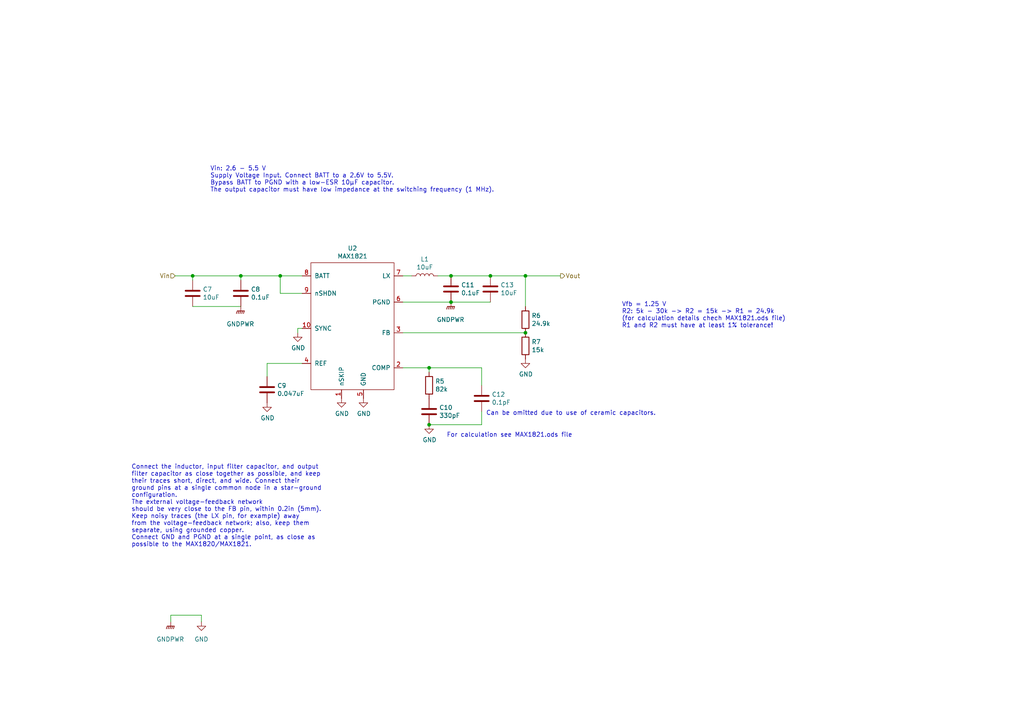
<source format=kicad_sch>
(kicad_sch (version 20211123) (generator eeschema)
  (paper "A4")
  (lib_symbols
    (symbol "Device:C" (pin_numbers hide) (pin_names (offset 0.254))
      (property "Reference" "C" (at 0.635 2.54 0))
      (property "Value" "C" (at 0.635 -2.54 0))
      (symbol "C_0_1"
        (polyline (pts (xy -2.032 -0.762) (xy 2.032 -0.762)) (stroke (width 0.508)))
        (polyline (pts (xy -2.032 0.762) (xy 2.032 0.762)) (stroke (width 0.508)))
      )
      (symbol "C_1_1"
        (pin passive line (at 0 3.81 270) (length 2.794) (name "~") (number "1"))
        (pin passive line (at 0 -3.81 90) (length 2.794) (name "~") (number "2"))
      )
    )
    (symbol "Device:L" (pin_numbers hide) (pin_names (offset 1.016) hide)
      (property "Reference" "L" (at -1.27 0 90))
      (property "Value" "L" (at 1.905 0 90))
      (symbol "L_0_1"
        (arc (start 0 -2.54) (mid 0.635 -1.905) (end 0 -1.27))
        (arc (start 0 -1.27) (mid 0.635 -0.635) (end 0 0))
        (arc (start 0 0) (mid 0.635 0.635) (end 0 1.27))
        (arc (start 0 1.27) (mid 0.635 1.905) (end 0 2.54))
      )
      (symbol "L_1_1"
        (pin passive line (at 0 3.81 270) (length 1.27) (name "1") (number "1"))
        (pin passive line (at 0 -3.81 90) (length 1.27) (name "2") (number "2"))
      )
    )
    (symbol "Device:R" (pin_numbers hide) (pin_names (offset 0))
      (property "Reference" "R" (at 2.032 0 90))
      (property "Value" "R" (at 0 0 90))
      (symbol "R_0_1"
        (rectangle (start -1.016 -2.54) (end 1.016 2.54) (stroke (width 0.254)))
      )
      (symbol "R_1_1"
        (pin passive line (at 0 3.81 270) (length 1.27) (name "~") (number "1"))
        (pin passive line (at 0 -3.81 90) (length 1.27) (name "~") (number "2"))
      )
    )
    (symbol "myLib:MAX1821" (pin_names (offset 1.016))
      (property "Reference" "U" (at -5.08 24.13 0))
      (property "Value" "MAX1821" (at -13.97 24.13 0))
      (symbol "MAX1821_0_0"
        (pin input line (at -2.54 -27.94 90) (length 2.54) (name "nSKIP") (number "1"))
        (pin input line (at -13.97 -7.62 0) (length 2.54) (name "SYNC") (number "10"))
        (pin passive line (at 15.24 -19.05 180) (length 2.54) (name "COMP") (number "2"))
        (pin input line (at 15.24 -8.89 180) (length 2.54) (name "FB") (number "3"))
        (pin passive line (at -13.97 -17.78 0) (length 2.54) (name "REF") (number "4"))
        (pin input line (at 3.81 -27.94 90) (length 2.54) (name "GND") (number "5"))
        (pin power_in line (at 15.24 0 180) (length 2.54) (name "PGND") (number "6"))
        (pin power_out line (at 15.24 7.62 180) (length 2.54) (name "LX") (number "7"))
        (pin power_in line (at -13.97 7.62 0) (length 2.54) (name "BATT") (number "8"))
        (pin input line (at -13.97 2.54 0) (length 2.54) (name "nSHDN") (number "9"))
      )
      (symbol "MAX1821_0_1"
        (rectangle (start -11.43 11.43) (end 12.7 -25.4))
      )
    )
    (symbol "power:GND" (power) (pin_names (offset 0))
      (property "Value" "GND" (at 0 -3.81 0))
      (symbol "GND_0_1"
        (polyline (pts (xy 0 0) (xy 0 -1.27) (xy 1.27 -1.27) (xy 0 -2.54) (xy -1.27 -1.27) (xy 0 -1.27)))
      )
      (symbol "GND_1_1"
        (pin power_in line (at 0 0 270) (length 0) hide (name "GND") (number "1"))
      )
    )
    (symbol "power:GNDPWR" (power) (pin_names (offset 0))
      (property "Value" "GNDPWR" (at 0 -3.302 0))
      (symbol "GNDPWR_0_1"
        (polyline (pts (xy 0 -1.27) (xy 0 0)))
        (polyline (pts (xy -1.016 -1.27) (xy -1.27 -2.032) (xy -1.27 -2.032)) (stroke (width 0.2032)))
        (polyline (pts (xy -0.508 -1.27) (xy -0.762 -2.032) (xy -0.762 -2.032)) (stroke (width 0.2032)))
        (polyline (pts (xy 0 -1.27) (xy -0.254 -2.032) (xy -0.254 -2.032)) (stroke (width 0.2032)))
        (polyline (pts (xy 0.508 -1.27) (xy 0.254 -2.032) (xy 0.254 -2.032)) (stroke (width 0.2032)))
        (polyline (pts (xy 1.016 -1.27) (xy -1.016 -1.27) (xy -1.016 -1.27)) (stroke (width 0.2032)))
        (polyline (pts (xy 1.016 -1.27) (xy 0.762 -2.032) (xy 0.762 -2.032) (xy 0.762 -2.032)) (stroke (width 0.2032)))
      )
      (symbol "GNDPWR_1_1"
        (pin power_in line (at 0 0 270) (length 0) hide (name "GNDPWR") (number "1"))
      )
    )
  )
  (junction (at 69.85 80.01))
  (junction (at 142.24 80.01))
  (junction (at 130.81 87.63))
  (junction (at 152.4 96.52))
  (junction (at 55.88 80.01))
  (junction (at 124.46 106.68))
  (junction (at 81.28 80.01))
  (junction (at 130.81 80.01))
  (junction (at 152.4 80.01))
  (junction (at 124.46 123.19))
  (wire (pts (xy 139.7 106.68) (xy 124.46 106.68)))
  (wire (pts (xy 152.4 80.01) (xy 152.4 88.9)))
  (wire (pts (xy 77.47 105.41) (xy 87.63 105.41)))
  (wire (pts (xy 87.63 85.09) (xy 81.28 85.09)))
  (wire (pts (xy 49.53 180.34) (xy 49.53 178.435)))
  (wire (pts (xy 86.36 95.25) (xy 87.63 95.25)))
  (wire (pts (xy 87.63 80.01) (xy 81.28 80.01)))
  (wire (pts (xy 139.7 119.38) (xy 139.7 123.19)))
  (wire (pts (xy 58.42 178.435) (xy 58.42 180.34)))
  (wire (pts (xy 86.36 96.52) (xy 86.36 95.25)))
  (wire (pts (xy 55.88 88.9) (xy 69.85 88.9)))
  (wire (pts (xy 55.88 80.01) (xy 50.8 80.01)))
  (wire (pts (xy 130.81 80.01) (xy 142.24 80.01)))
  (wire (pts (xy 81.28 85.09) (xy 81.28 80.01)))
  (wire (pts (xy 142.24 80.01) (xy 152.4 80.01)))
  (wire (pts (xy 69.85 80.01) (xy 69.85 81.28)))
  (wire (pts (xy 142.24 87.63) (xy 130.81 87.63)))
  (wire (pts (xy 124.46 106.68) (xy 124.46 107.95)))
  (wire (pts (xy 77.47 109.22) (xy 77.47 105.41)))
  (wire (pts (xy 162.56 80.01) (xy 152.4 80.01)))
  (wire (pts (xy 139.7 123.19) (xy 124.46 123.19)))
  (wire (pts (xy 119.38 80.01) (xy 116.84 80.01)))
  (wire (pts (xy 49.53 178.435) (xy 58.42 178.435)))
  (wire (pts (xy 127 80.01) (xy 130.81 80.01)))
  (wire (pts (xy 116.84 96.52) (xy 152.4 96.52)))
  (wire (pts (xy 116.84 106.68) (xy 124.46 106.68)))
  (wire (pts (xy 81.28 80.01) (xy 69.85 80.01)))
  (wire (pts (xy 69.85 80.01) (xy 55.88 80.01)))
  (wire (pts (xy 55.88 80.01) (xy 55.88 81.28)))
  (wire (pts (xy 130.81 87.63) (xy 116.84 87.63)))
  (wire (pts (xy 139.7 111.76) (xy 139.7 106.68)))
  (text "Vfb = 1.25 V\nR2: 5k - 30k -> R2 = 15k -> R1 = 24.9k\n(for calculation details chech MAX1821.ods file)\nR1 and R2 must have at least 1% tolerance!" (at 180.34 95.25 0) (effects (font (size 1.27 1.27)) (justify left bottom)))
  (text "For calculation see MAX1821.ods file" (at 129.54 127 0) (effects (font (size 1.27 1.27)) (justify left bottom)))
  (text "Can be omitted due to use of ceramic capacitors." (at 140.97 120.65 0) (effects (font (size 1.27 1.27)) (justify left bottom)))
  (text "Connect the inductor, input filter capacitor, and output\nfilter capacitor as close together as possible, and keep\ntheir traces short, direct, and wide. Connect their\nground pins at a single common node in a star-ground\nconfiguration.\nThe external voltage-feedback network\nshould be very close to the FB pin, within 0.2in (5mm).\nKeep noisy traces (the LX pin, for example) away\nfrom the voltage-feedback network; also, keep them\nseparate, using grounded copper. \nConnect GND and PGND at a single point, as close as \npossible to the MAX1820/MAX1821." (at 38.1 158.75 0) (effects (font (size 1.27 1.27)) (justify left bottom)))
  (text "Vin: 2.6 - 5.5 V\nSupply Voltage Input. Connect BATT to a 2.6V to 5.5V.\nBypass BATT to PGND with a low-ESR 10μF capacitor.\nThe output capacitor must have low impedance at the switching frequency (1 MHz)." (at 60.96 55.88 0) (effects (font (size 1.27 1.27)) (justify left bottom)))
  (hierarchical_label "Vout" (shape output) (at 162.56 80.01 0))
  (hierarchical_label "Vin" (shape input) (at 50.8 80.01 180))
  (symbol (lib_id "Device:C") (at 55.88 85.09 0) (unit 1)
    (property "Reference" "C7" (at 58.801 83.9216 0) (effects (justify left)))
    (property "Value" "10uF" (at 58.801 86.233 0) (effects (justify left)))
    (property "Footprint" "Capacitor_SMD:C_0603_1608Metric_Pad1.08x0.95mm_HandSolder" (effects hide))
  )
  (symbol (lib_id "myLib:MAX1821") (at 101.6 87.63 0) (unit 1)
    (property "Reference" "U2" (at 102.235 72.009 0))
    (property "Value" "MAX1821" (at 102.235 74.3204 0))
    (property "Footprint" "myLib:MAX1821EUB+" (effects hide))
    (property "Datasheet" "https://datasheets.maximintegrated.com/en/ds/MAX1820-MAX1821X.pdf" (effects hide))
  )
  (symbol (lib_id "power:GND") (at 99.06 115.57 0) (unit 1)
    (property "Reference" "#PWR027" (effects hide))
    (property "Value" "GND" (at 99.187 119.9642 0))
  )
  (symbol (lib_id "power:GND") (at 105.41 115.57 0) (unit 1)
    (property "Reference" "#PWR028" (effects hide))
    (property "Value" "GND" (at 105.537 119.9642 0))
  )
  (symbol (lib_id "Device:C") (at 77.47 113.03 0) (unit 1)
    (property "Reference" "C9" (at 80.391 111.8616 0) (effects (justify left)))
    (property "Value" "0.047uF" (at 80.391 114.173 0) (effects (justify left)))
    (property "Footprint" "Capacitor_SMD:C_0603_1608Metric_Pad1.08x0.95mm_HandSolder" (effects hide))
  )
  (symbol (lib_id "Device:C") (at 124.46 119.38 0) (unit 1)
    (property "Reference" "C10" (at 127.381 118.2116 0) (effects (justify left)))
    (property "Value" "330pF" (at 127.381 120.523 0) (effects (justify left)))
    (property "Footprint" "Capacitor_SMD:C_0603_1608Metric_Pad1.08x0.95mm_HandSolder" (effects hide))
  )
  (symbol (lib_id "Device:R") (at 124.46 111.76 0) (unit 1)
    (property "Reference" "R5" (at 126.238 110.5916 0) (effects (justify left)))
    (property "Value" "82k" (at 126.238 112.903 0) (effects (justify left)))
    (property "Footprint" "Resistor_SMD:R_0603_1608Metric_Pad0.98x0.95mm_HandSolder" (effects hide))
  )
  (symbol (lib_id "power:GND") (at 77.47 116.84 0) (unit 1)
    (property "Reference" "#PWR025" (effects hide))
    (property "Value" "GND" (at 77.597 121.2342 0))
  )
  (symbol (lib_id "power:GND") (at 124.46 123.19 0) (unit 1)
    (property "Reference" "#PWR029" (effects hide))
    (property "Value" "GND" (at 124.587 127.5842 0))
  )
  (symbol (lib_id "Device:C") (at 69.85 85.09 0) (unit 1)
    (property "Reference" "C8" (at 72.771 83.9216 0) (effects (justify left)))
    (property "Value" "0.1uF" (at 72.771 86.233 0) (effects (justify left)))
    (property "Footprint" "Capacitor_SMD:C_0603_1608Metric_Pad1.08x0.95mm_HandSolder" (effects hide))
  )
  (symbol (lib_id "Device:L") (at 123.19 80.01 90) (unit 1)
    (property "Reference" "L1" (at 123.19 75.184 90))
    (property "Value" "10uF" (at 123.19 77.4954 90))
    (property "Footprint" "myLib:NR6028T100M" (effects hide))
  )
  (symbol (lib_id "Device:C") (at 130.81 83.82 0) (unit 1)
    (property "Reference" "C11" (at 133.731 82.6516 0) (effects (justify left)))
    (property "Value" "0.1uF" (at 133.731 84.963 0) (effects (justify left)))
    (property "Footprint" "Capacitor_SMD:C_0603_1608Metric_Pad1.08x0.95mm_HandSolder" (effects hide))
  )
  (symbol (lib_id "Device:R") (at 152.4 92.71 0) (unit 1)
    (property "Reference" "R6" (at 154.178 91.5416 0) (effects (justify left)))
    (property "Value" "24.9k" (at 154.178 93.853 0) (effects (justify left)))
    (property "Footprint" "Resistor_SMD:R_0603_1608Metric_Pad0.98x0.95mm_HandSolder" (effects hide))
  )
  (symbol (lib_id "Device:R") (at 152.4 100.33 0) (unit 1)
    (property "Reference" "R7" (at 154.178 99.1616 0) (effects (justify left)))
    (property "Value" "15k" (at 154.178 101.473 0) (effects (justify left)))
    (property "Footprint" "Resistor_SMD:R_0603_1608Metric_Pad0.98x0.95mm_HandSolder" (effects hide))
  )
  (symbol (lib_id "power:GND") (at 152.4 104.14 0) (unit 1)
    (property "Reference" "#PWR031" (effects hide))
    (property "Value" "GND" (at 152.527 108.5342 0))
  )
  (symbol (lib_id "power:GND") (at 86.36 96.52 0) (unit 1)
    (property "Reference" "#PWR026" (effects hide))
    (property "Value" "GND" (at 86.487 100.9142 0))
  )
  (symbol (lib_id "Device:C") (at 139.7 115.57 0) (unit 1)
    (property "Reference" "C12" (at 142.621 114.4016 0) (effects (justify left)))
    (property "Value" "0.1pF" (at 142.621 116.713 0) (effects (justify left)))
    (property "Footprint" "Capacitor_SMD:C_0603_1608Metric_Pad1.08x0.95mm_HandSolder" (effects hide))
  )
  (symbol (lib_id "Device:C") (at 142.24 83.82 0) (unit 1)
    (property "Reference" "C13" (at 145.161 82.6516 0) (effects (justify left)))
    (property "Value" "10uF" (at 145.161 84.963 0) (effects (justify left)))
    (property "Footprint" "Capacitor_SMD:C_0603_1608Metric_Pad1.08x0.95mm_HandSolder" (effects hide))
  )
  (symbol (lib_id "power:GNDPWR") (at 69.85 88.9 0) (unit 1)
    (property "Reference" "#PWR0102" (effects hide))
    (property "Value" "GNDPWR" (at 69.723 93.98 0))
  )
  (symbol (lib_id "power:GNDPWR") (at 49.53 180.34 0) (unit 1)
    (property "Reference" "#PWR0103" (effects hide))
    (property "Value" "GNDPWR" (at 49.403 185.42 0))
  )
  (symbol (lib_id "power:GND") (at 58.42 180.34 0) (unit 1)
    (property "Reference" "#PWR0104" (effects hide))
    (property "Value" "GND" (at 58.42 185.42 0))
  )
  (symbol (lib_id "power:GNDPWR") (at 130.81 87.63 0) (unit 1)
    (property "Reference" "#PWR0101" (effects hide))
    (property "Value" "GNDPWR" (at 130.683 92.71 0))
  )
)
</source>
